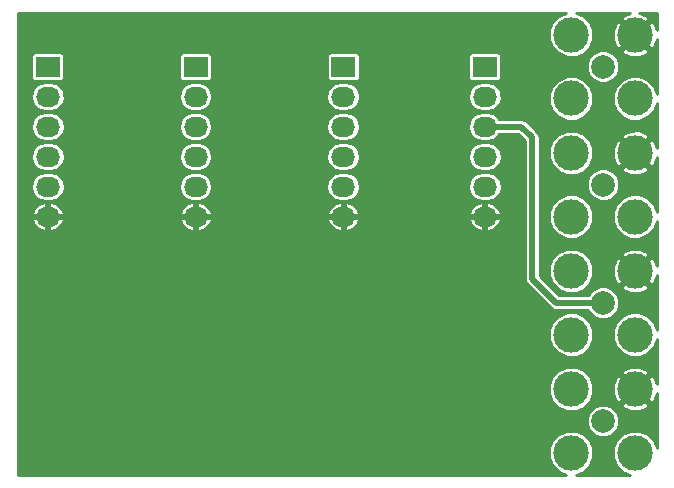
<source format=gbl>
G04 #@! TF.FileFunction,Copper,L2,Bot,Signal*
%FSLAX46Y46*%
G04 Gerber Fmt 4.6, Leading zero omitted, Abs format (unit mm)*
G04 Created by KiCad (PCBNEW (2014-11-17 BZR 5289)-product) date Wed 28 Oct 2015 08:14:00 PM EDT*
%MOMM*%
G01*
G04 APERTURE LIST*
%ADD10C,0.100000*%
%ADD11C,1.998980*%
%ADD12C,3.000000*%
%ADD13R,2.032000X1.727200*%
%ADD14O,2.032000X1.727200*%
%ADD15C,0.500000*%
%ADD16C,0.254000*%
G04 APERTURE END LIST*
D10*
D11*
X147000000Y-65000000D03*
D12*
X149700020Y-67700020D03*
X149700020Y-62299980D03*
X144299980Y-62299980D03*
X144299980Y-67700020D03*
D11*
X147000000Y-75000000D03*
D12*
X149700020Y-77700020D03*
X149700020Y-72299980D03*
X144299980Y-72299980D03*
X144299980Y-77700020D03*
D11*
X147000000Y-55000000D03*
D12*
X149700020Y-57700020D03*
X149700020Y-52299980D03*
X144299980Y-52299980D03*
X144299980Y-57700020D03*
D13*
X137000000Y-55000000D03*
D14*
X137000000Y-57540000D03*
X137000000Y-60080000D03*
X137000000Y-62620000D03*
X137000000Y-65160000D03*
X137000000Y-67700000D03*
D11*
X147000000Y-85000000D03*
D12*
X149700020Y-87700020D03*
X149700020Y-82299980D03*
X144299980Y-82299980D03*
X144299980Y-87700020D03*
D13*
X125000000Y-55000000D03*
D14*
X125000000Y-57540000D03*
X125000000Y-60080000D03*
X125000000Y-62620000D03*
X125000000Y-65160000D03*
X125000000Y-67700000D03*
D13*
X112500000Y-55000000D03*
D14*
X112500000Y-57540000D03*
X112500000Y-60080000D03*
X112500000Y-62620000D03*
X112500000Y-65160000D03*
X112500000Y-67700000D03*
D13*
X100000000Y-55000000D03*
D14*
X100000000Y-57540000D03*
X100000000Y-60080000D03*
X100000000Y-62620000D03*
X100000000Y-65160000D03*
X100000000Y-67700000D03*
D15*
X143000000Y-75000000D02*
X141000000Y-73000000D01*
X141000000Y-73000000D02*
X141000000Y-61000000D01*
X141000000Y-61000000D02*
X140080000Y-60080000D01*
X140080000Y-60080000D02*
X137000000Y-60080000D01*
X147000000Y-75000000D02*
X143000000Y-75000000D01*
D16*
G36*
X151569000Y-87297627D02*
X151295584Y-86635911D01*
X150895858Y-86235487D01*
X150895858Y-83675424D01*
X149700020Y-82479585D01*
X149520415Y-82659190D01*
X149520415Y-82299980D01*
X148324576Y-81104142D01*
X148077203Y-81277915D01*
X147809605Y-81976740D01*
X147829806Y-82724776D01*
X148077203Y-83322045D01*
X148324576Y-83495818D01*
X149520415Y-82299980D01*
X149520415Y-82659190D01*
X148504182Y-83675424D01*
X148677955Y-83922797D01*
X149376780Y-84190395D01*
X150124816Y-84170194D01*
X150722085Y-83922797D01*
X150895858Y-83675424D01*
X150895858Y-86235487D01*
X150766912Y-86106316D01*
X150075816Y-85819347D01*
X149327507Y-85818694D01*
X148635911Y-86104456D01*
X148380729Y-86359193D01*
X148380729Y-84726608D01*
X148171005Y-84219037D01*
X147783006Y-83830360D01*
X147275801Y-83619751D01*
X146726608Y-83619271D01*
X146219037Y-83828995D01*
X146181306Y-83866660D01*
X146181306Y-81927467D01*
X146181306Y-77327507D01*
X145895544Y-76635911D01*
X145366872Y-76106316D01*
X144675776Y-75819347D01*
X143927467Y-75818694D01*
X143235871Y-76104456D01*
X142706276Y-76633128D01*
X142419307Y-77324224D01*
X142418654Y-78072533D01*
X142704416Y-78764129D01*
X143233088Y-79293724D01*
X143924184Y-79580693D01*
X144672493Y-79581346D01*
X145364089Y-79295584D01*
X145893684Y-78766912D01*
X146180653Y-78075816D01*
X146181306Y-77327507D01*
X146181306Y-81927467D01*
X145895544Y-81235871D01*
X145366872Y-80706276D01*
X144675776Y-80419307D01*
X143927467Y-80418654D01*
X143235871Y-80704416D01*
X142706276Y-81233088D01*
X142419307Y-81924184D01*
X142418654Y-82672493D01*
X142704416Y-83364089D01*
X143233088Y-83893684D01*
X143924184Y-84180653D01*
X144672493Y-84181306D01*
X145364089Y-83895544D01*
X145893684Y-83366872D01*
X146180653Y-82675776D01*
X146181306Y-81927467D01*
X146181306Y-83866660D01*
X145830360Y-84216994D01*
X145619751Y-84724199D01*
X145619271Y-85273392D01*
X145828995Y-85780963D01*
X146216994Y-86169640D01*
X146724199Y-86380249D01*
X147273392Y-86380729D01*
X147780963Y-86171005D01*
X148169640Y-85783006D01*
X148380249Y-85275801D01*
X148380729Y-84726608D01*
X148380729Y-86359193D01*
X148106316Y-86633128D01*
X147819347Y-87324224D01*
X147818694Y-88072533D01*
X148104456Y-88764129D01*
X148633128Y-89293724D01*
X149296064Y-89569000D01*
X144702372Y-89569000D01*
X145364089Y-89295584D01*
X145893684Y-88766912D01*
X146180653Y-88075816D01*
X146181306Y-87327507D01*
X145895544Y-86635911D01*
X145366872Y-86106316D01*
X144675776Y-85819347D01*
X143927467Y-85818694D01*
X143235871Y-86104456D01*
X142706276Y-86633128D01*
X142419307Y-87324224D01*
X142418654Y-88072533D01*
X142704416Y-88764129D01*
X143233088Y-89293724D01*
X143896024Y-89569000D01*
X138424369Y-89569000D01*
X138424369Y-65160000D01*
X138424369Y-62620000D01*
X138329629Y-62143712D01*
X138059834Y-61739935D01*
X137656057Y-61470140D01*
X137179769Y-61375400D01*
X136820231Y-61375400D01*
X136343943Y-61470140D01*
X135940166Y-61739935D01*
X135670371Y-62143712D01*
X135575631Y-62620000D01*
X135670371Y-63096288D01*
X135940166Y-63500065D01*
X136343943Y-63769860D01*
X136820231Y-63864600D01*
X137179769Y-63864600D01*
X137656057Y-63769860D01*
X138059834Y-63500065D01*
X138329629Y-63096288D01*
X138424369Y-62620000D01*
X138424369Y-65160000D01*
X138329629Y-64683712D01*
X138059834Y-64279935D01*
X137656057Y-64010140D01*
X137179769Y-63915400D01*
X136820231Y-63915400D01*
X136343943Y-64010140D01*
X135940166Y-64279935D01*
X135670371Y-64683712D01*
X135575631Y-65160000D01*
X135670371Y-65636288D01*
X135940166Y-66040065D01*
X136343943Y-66309860D01*
X136820231Y-66404600D01*
X137179769Y-66404600D01*
X137656057Y-66309860D01*
X138059834Y-66040065D01*
X138329629Y-65636288D01*
X138424369Y-65160000D01*
X138424369Y-89569000D01*
X138355393Y-89569000D01*
X138355393Y-68019118D01*
X138355393Y-67380882D01*
X138145419Y-66947133D01*
X137781720Y-66624430D01*
X137322213Y-66465473D01*
X137127000Y-66549357D01*
X137127000Y-67573000D01*
X138294712Y-67573000D01*
X138355393Y-67380882D01*
X138355393Y-68019118D01*
X138294712Y-67827000D01*
X137127000Y-67827000D01*
X137127000Y-68850643D01*
X137322213Y-68934527D01*
X137781720Y-68775570D01*
X138145419Y-68452867D01*
X138355393Y-68019118D01*
X138355393Y-89569000D01*
X136873000Y-89569000D01*
X136873000Y-68850643D01*
X136873000Y-67827000D01*
X136873000Y-67573000D01*
X136873000Y-66549357D01*
X136677787Y-66465473D01*
X136218280Y-66624430D01*
X135854581Y-66947133D01*
X135644607Y-67380882D01*
X135705288Y-67573000D01*
X136873000Y-67573000D01*
X136873000Y-67827000D01*
X135705288Y-67827000D01*
X135644607Y-68019118D01*
X135854581Y-68452867D01*
X136218280Y-68775570D01*
X136677787Y-68934527D01*
X136873000Y-68850643D01*
X136873000Y-89569000D01*
X126424369Y-89569000D01*
X126424369Y-65160000D01*
X126424369Y-62620000D01*
X126424369Y-60080000D01*
X126424369Y-57540000D01*
X126397000Y-57402407D01*
X126397000Y-55939385D01*
X126397000Y-55787814D01*
X126397000Y-54060614D01*
X126338996Y-53920580D01*
X126231819Y-53813404D01*
X126091785Y-53755400D01*
X125940214Y-53755400D01*
X123908214Y-53755400D01*
X123768180Y-53813404D01*
X123661004Y-53920581D01*
X123603000Y-54060615D01*
X123603000Y-54212186D01*
X123603000Y-55939386D01*
X123661004Y-56079420D01*
X123768181Y-56186596D01*
X123908215Y-56244600D01*
X124059786Y-56244600D01*
X126091786Y-56244600D01*
X126231820Y-56186596D01*
X126338996Y-56079419D01*
X126397000Y-55939385D01*
X126397000Y-57402407D01*
X126329629Y-57063712D01*
X126059834Y-56659935D01*
X125656057Y-56390140D01*
X125179769Y-56295400D01*
X124820231Y-56295400D01*
X124343943Y-56390140D01*
X123940166Y-56659935D01*
X123670371Y-57063712D01*
X123575631Y-57540000D01*
X123670371Y-58016288D01*
X123940166Y-58420065D01*
X124343943Y-58689860D01*
X124820231Y-58784600D01*
X125179769Y-58784600D01*
X125656057Y-58689860D01*
X126059834Y-58420065D01*
X126329629Y-58016288D01*
X126424369Y-57540000D01*
X126424369Y-60080000D01*
X126329629Y-59603712D01*
X126059834Y-59199935D01*
X125656057Y-58930140D01*
X125179769Y-58835400D01*
X124820231Y-58835400D01*
X124343943Y-58930140D01*
X123940166Y-59199935D01*
X123670371Y-59603712D01*
X123575631Y-60080000D01*
X123670371Y-60556288D01*
X123940166Y-60960065D01*
X124343943Y-61229860D01*
X124820231Y-61324600D01*
X125179769Y-61324600D01*
X125656057Y-61229860D01*
X126059834Y-60960065D01*
X126329629Y-60556288D01*
X126424369Y-60080000D01*
X126424369Y-62620000D01*
X126329629Y-62143712D01*
X126059834Y-61739935D01*
X125656057Y-61470140D01*
X125179769Y-61375400D01*
X124820231Y-61375400D01*
X124343943Y-61470140D01*
X123940166Y-61739935D01*
X123670371Y-62143712D01*
X123575631Y-62620000D01*
X123670371Y-63096288D01*
X123940166Y-63500065D01*
X124343943Y-63769860D01*
X124820231Y-63864600D01*
X125179769Y-63864600D01*
X125656057Y-63769860D01*
X126059834Y-63500065D01*
X126329629Y-63096288D01*
X126424369Y-62620000D01*
X126424369Y-65160000D01*
X126329629Y-64683712D01*
X126059834Y-64279935D01*
X125656057Y-64010140D01*
X125179769Y-63915400D01*
X124820231Y-63915400D01*
X124343943Y-64010140D01*
X123940166Y-64279935D01*
X123670371Y-64683712D01*
X123575631Y-65160000D01*
X123670371Y-65636288D01*
X123940166Y-66040065D01*
X124343943Y-66309860D01*
X124820231Y-66404600D01*
X125179769Y-66404600D01*
X125656057Y-66309860D01*
X126059834Y-66040065D01*
X126329629Y-65636288D01*
X126424369Y-65160000D01*
X126424369Y-89569000D01*
X126355393Y-89569000D01*
X126355393Y-68019118D01*
X126355393Y-67380882D01*
X126145419Y-66947133D01*
X125781720Y-66624430D01*
X125322213Y-66465473D01*
X125127000Y-66549357D01*
X125127000Y-67573000D01*
X126294712Y-67573000D01*
X126355393Y-67380882D01*
X126355393Y-68019118D01*
X126294712Y-67827000D01*
X125127000Y-67827000D01*
X125127000Y-68850643D01*
X125322213Y-68934527D01*
X125781720Y-68775570D01*
X126145419Y-68452867D01*
X126355393Y-68019118D01*
X126355393Y-89569000D01*
X124873000Y-89569000D01*
X124873000Y-68850643D01*
X124873000Y-67827000D01*
X124873000Y-67573000D01*
X124873000Y-66549357D01*
X124677787Y-66465473D01*
X124218280Y-66624430D01*
X123854581Y-66947133D01*
X123644607Y-67380882D01*
X123705288Y-67573000D01*
X124873000Y-67573000D01*
X124873000Y-67827000D01*
X123705288Y-67827000D01*
X123644607Y-68019118D01*
X123854581Y-68452867D01*
X124218280Y-68775570D01*
X124677787Y-68934527D01*
X124873000Y-68850643D01*
X124873000Y-89569000D01*
X113924369Y-89569000D01*
X113924369Y-65160000D01*
X113924369Y-62620000D01*
X113924369Y-60080000D01*
X113924369Y-57540000D01*
X113897000Y-57402407D01*
X113897000Y-55939385D01*
X113897000Y-55787814D01*
X113897000Y-54060614D01*
X113838996Y-53920580D01*
X113731819Y-53813404D01*
X113591785Y-53755400D01*
X113440214Y-53755400D01*
X111408214Y-53755400D01*
X111268180Y-53813404D01*
X111161004Y-53920581D01*
X111103000Y-54060615D01*
X111103000Y-54212186D01*
X111103000Y-55939386D01*
X111161004Y-56079420D01*
X111268181Y-56186596D01*
X111408215Y-56244600D01*
X111559786Y-56244600D01*
X113591786Y-56244600D01*
X113731820Y-56186596D01*
X113838996Y-56079419D01*
X113897000Y-55939385D01*
X113897000Y-57402407D01*
X113829629Y-57063712D01*
X113559834Y-56659935D01*
X113156057Y-56390140D01*
X112679769Y-56295400D01*
X112320231Y-56295400D01*
X111843943Y-56390140D01*
X111440166Y-56659935D01*
X111170371Y-57063712D01*
X111075631Y-57540000D01*
X111170371Y-58016288D01*
X111440166Y-58420065D01*
X111843943Y-58689860D01*
X112320231Y-58784600D01*
X112679769Y-58784600D01*
X113156057Y-58689860D01*
X113559834Y-58420065D01*
X113829629Y-58016288D01*
X113924369Y-57540000D01*
X113924369Y-60080000D01*
X113829629Y-59603712D01*
X113559834Y-59199935D01*
X113156057Y-58930140D01*
X112679769Y-58835400D01*
X112320231Y-58835400D01*
X111843943Y-58930140D01*
X111440166Y-59199935D01*
X111170371Y-59603712D01*
X111075631Y-60080000D01*
X111170371Y-60556288D01*
X111440166Y-60960065D01*
X111843943Y-61229860D01*
X112320231Y-61324600D01*
X112679769Y-61324600D01*
X113156057Y-61229860D01*
X113559834Y-60960065D01*
X113829629Y-60556288D01*
X113924369Y-60080000D01*
X113924369Y-62620000D01*
X113829629Y-62143712D01*
X113559834Y-61739935D01*
X113156057Y-61470140D01*
X112679769Y-61375400D01*
X112320231Y-61375400D01*
X111843943Y-61470140D01*
X111440166Y-61739935D01*
X111170371Y-62143712D01*
X111075631Y-62620000D01*
X111170371Y-63096288D01*
X111440166Y-63500065D01*
X111843943Y-63769860D01*
X112320231Y-63864600D01*
X112679769Y-63864600D01*
X113156057Y-63769860D01*
X113559834Y-63500065D01*
X113829629Y-63096288D01*
X113924369Y-62620000D01*
X113924369Y-65160000D01*
X113829629Y-64683712D01*
X113559834Y-64279935D01*
X113156057Y-64010140D01*
X112679769Y-63915400D01*
X112320231Y-63915400D01*
X111843943Y-64010140D01*
X111440166Y-64279935D01*
X111170371Y-64683712D01*
X111075631Y-65160000D01*
X111170371Y-65636288D01*
X111440166Y-66040065D01*
X111843943Y-66309860D01*
X112320231Y-66404600D01*
X112679769Y-66404600D01*
X113156057Y-66309860D01*
X113559834Y-66040065D01*
X113829629Y-65636288D01*
X113924369Y-65160000D01*
X113924369Y-89569000D01*
X113855393Y-89569000D01*
X113855393Y-68019118D01*
X113855393Y-67380882D01*
X113645419Y-66947133D01*
X113281720Y-66624430D01*
X112822213Y-66465473D01*
X112627000Y-66549357D01*
X112627000Y-67573000D01*
X113794712Y-67573000D01*
X113855393Y-67380882D01*
X113855393Y-68019118D01*
X113794712Y-67827000D01*
X112627000Y-67827000D01*
X112627000Y-68850643D01*
X112822213Y-68934527D01*
X113281720Y-68775570D01*
X113645419Y-68452867D01*
X113855393Y-68019118D01*
X113855393Y-89569000D01*
X112373000Y-89569000D01*
X112373000Y-68850643D01*
X112373000Y-67827000D01*
X112373000Y-67573000D01*
X112373000Y-66549357D01*
X112177787Y-66465473D01*
X111718280Y-66624430D01*
X111354581Y-66947133D01*
X111144607Y-67380882D01*
X111205288Y-67573000D01*
X112373000Y-67573000D01*
X112373000Y-67827000D01*
X111205288Y-67827000D01*
X111144607Y-68019118D01*
X111354581Y-68452867D01*
X111718280Y-68775570D01*
X112177787Y-68934527D01*
X112373000Y-68850643D01*
X112373000Y-89569000D01*
X101424369Y-89569000D01*
X101424369Y-65160000D01*
X101424369Y-62620000D01*
X101424369Y-60080000D01*
X101424369Y-57540000D01*
X101397000Y-57402407D01*
X101397000Y-55939385D01*
X101397000Y-55787814D01*
X101397000Y-54060614D01*
X101338996Y-53920580D01*
X101231819Y-53813404D01*
X101091785Y-53755400D01*
X100940214Y-53755400D01*
X98908214Y-53755400D01*
X98768180Y-53813404D01*
X98661004Y-53920581D01*
X98603000Y-54060615D01*
X98603000Y-54212186D01*
X98603000Y-55939386D01*
X98661004Y-56079420D01*
X98768181Y-56186596D01*
X98908215Y-56244600D01*
X99059786Y-56244600D01*
X101091786Y-56244600D01*
X101231820Y-56186596D01*
X101338996Y-56079419D01*
X101397000Y-55939385D01*
X101397000Y-57402407D01*
X101329629Y-57063712D01*
X101059834Y-56659935D01*
X100656057Y-56390140D01*
X100179769Y-56295400D01*
X99820231Y-56295400D01*
X99343943Y-56390140D01*
X98940166Y-56659935D01*
X98670371Y-57063712D01*
X98575631Y-57540000D01*
X98670371Y-58016288D01*
X98940166Y-58420065D01*
X99343943Y-58689860D01*
X99820231Y-58784600D01*
X100179769Y-58784600D01*
X100656057Y-58689860D01*
X101059834Y-58420065D01*
X101329629Y-58016288D01*
X101424369Y-57540000D01*
X101424369Y-60080000D01*
X101329629Y-59603712D01*
X101059834Y-59199935D01*
X100656057Y-58930140D01*
X100179769Y-58835400D01*
X99820231Y-58835400D01*
X99343943Y-58930140D01*
X98940166Y-59199935D01*
X98670371Y-59603712D01*
X98575631Y-60080000D01*
X98670371Y-60556288D01*
X98940166Y-60960065D01*
X99343943Y-61229860D01*
X99820231Y-61324600D01*
X100179769Y-61324600D01*
X100656057Y-61229860D01*
X101059834Y-60960065D01*
X101329629Y-60556288D01*
X101424369Y-60080000D01*
X101424369Y-62620000D01*
X101329629Y-62143712D01*
X101059834Y-61739935D01*
X100656057Y-61470140D01*
X100179769Y-61375400D01*
X99820231Y-61375400D01*
X99343943Y-61470140D01*
X98940166Y-61739935D01*
X98670371Y-62143712D01*
X98575631Y-62620000D01*
X98670371Y-63096288D01*
X98940166Y-63500065D01*
X99343943Y-63769860D01*
X99820231Y-63864600D01*
X100179769Y-63864600D01*
X100656057Y-63769860D01*
X101059834Y-63500065D01*
X101329629Y-63096288D01*
X101424369Y-62620000D01*
X101424369Y-65160000D01*
X101329629Y-64683712D01*
X101059834Y-64279935D01*
X100656057Y-64010140D01*
X100179769Y-63915400D01*
X99820231Y-63915400D01*
X99343943Y-64010140D01*
X98940166Y-64279935D01*
X98670371Y-64683712D01*
X98575631Y-65160000D01*
X98670371Y-65636288D01*
X98940166Y-66040065D01*
X99343943Y-66309860D01*
X99820231Y-66404600D01*
X100179769Y-66404600D01*
X100656057Y-66309860D01*
X101059834Y-66040065D01*
X101329629Y-65636288D01*
X101424369Y-65160000D01*
X101424369Y-89569000D01*
X101355393Y-89569000D01*
X101355393Y-68019118D01*
X101355393Y-67380882D01*
X101145419Y-66947133D01*
X100781720Y-66624430D01*
X100322213Y-66465473D01*
X100127000Y-66549357D01*
X100127000Y-67573000D01*
X101294712Y-67573000D01*
X101355393Y-67380882D01*
X101355393Y-68019118D01*
X101294712Y-67827000D01*
X100127000Y-67827000D01*
X100127000Y-68850643D01*
X100322213Y-68934527D01*
X100781720Y-68775570D01*
X101145419Y-68452867D01*
X101355393Y-68019118D01*
X101355393Y-89569000D01*
X99873000Y-89569000D01*
X99873000Y-68850643D01*
X99873000Y-67827000D01*
X99873000Y-67573000D01*
X99873000Y-66549357D01*
X99677787Y-66465473D01*
X99218280Y-66624430D01*
X98854581Y-66947133D01*
X98644607Y-67380882D01*
X98705288Y-67573000D01*
X99873000Y-67573000D01*
X99873000Y-67827000D01*
X98705288Y-67827000D01*
X98644607Y-68019118D01*
X98854581Y-68452867D01*
X99218280Y-68775570D01*
X99677787Y-68934527D01*
X99873000Y-68850643D01*
X99873000Y-89569000D01*
X97431000Y-89569000D01*
X97431000Y-50431000D01*
X143897587Y-50431000D01*
X143235871Y-50704416D01*
X142706276Y-51233088D01*
X142419307Y-51924184D01*
X142418654Y-52672493D01*
X142704416Y-53364089D01*
X143233088Y-53893684D01*
X143924184Y-54180653D01*
X144672493Y-54181306D01*
X145364089Y-53895544D01*
X145893684Y-53366872D01*
X146180653Y-52675776D01*
X146181306Y-51927467D01*
X145895544Y-51235871D01*
X145366872Y-50706276D01*
X144703935Y-50431000D01*
X149272244Y-50431000D01*
X148677955Y-50677163D01*
X148504182Y-50924536D01*
X149700020Y-52120375D01*
X150895858Y-50924536D01*
X150722085Y-50677163D01*
X150079236Y-50431000D01*
X151569000Y-50431000D01*
X151569000Y-51872204D01*
X151322837Y-51277915D01*
X151075464Y-51104142D01*
X149879625Y-52299980D01*
X151075464Y-53495818D01*
X151322837Y-53322045D01*
X151569000Y-52679196D01*
X151569000Y-57297627D01*
X151295584Y-56635911D01*
X150895858Y-56235487D01*
X150895858Y-53675424D01*
X149700020Y-52479585D01*
X149520415Y-52659190D01*
X149520415Y-52299980D01*
X148324576Y-51104142D01*
X148077203Y-51277915D01*
X147809605Y-51976740D01*
X147829806Y-52724776D01*
X148077203Y-53322045D01*
X148324576Y-53495818D01*
X149520415Y-52299980D01*
X149520415Y-52659190D01*
X148504182Y-53675424D01*
X148677955Y-53922797D01*
X149376780Y-54190395D01*
X150124816Y-54170194D01*
X150722085Y-53922797D01*
X150895858Y-53675424D01*
X150895858Y-56235487D01*
X150766912Y-56106316D01*
X150075816Y-55819347D01*
X149327507Y-55818694D01*
X148635911Y-56104456D01*
X148380729Y-56359193D01*
X148380729Y-54726608D01*
X148171005Y-54219037D01*
X147783006Y-53830360D01*
X147275801Y-53619751D01*
X146726608Y-53619271D01*
X146219037Y-53828995D01*
X145830360Y-54216994D01*
X145619751Y-54724199D01*
X145619271Y-55273392D01*
X145828995Y-55780963D01*
X146216994Y-56169640D01*
X146724199Y-56380249D01*
X147273392Y-56380729D01*
X147780963Y-56171005D01*
X148169640Y-55783006D01*
X148380249Y-55275801D01*
X148380729Y-54726608D01*
X148380729Y-56359193D01*
X148106316Y-56633128D01*
X147819347Y-57324224D01*
X147818694Y-58072533D01*
X148104456Y-58764129D01*
X148633128Y-59293724D01*
X149324224Y-59580693D01*
X150072533Y-59581346D01*
X150764129Y-59295584D01*
X151293724Y-58766912D01*
X151569000Y-58103975D01*
X151569000Y-61872204D01*
X151322837Y-61277915D01*
X151075464Y-61104142D01*
X150895858Y-61283747D01*
X150895858Y-60924536D01*
X150722085Y-60677163D01*
X150023260Y-60409565D01*
X149275224Y-60429766D01*
X148677955Y-60677163D01*
X148504182Y-60924536D01*
X149700020Y-62120375D01*
X150895858Y-60924536D01*
X150895858Y-61283747D01*
X149879625Y-62299980D01*
X151075464Y-63495818D01*
X151322837Y-63322045D01*
X151569000Y-62679196D01*
X151569000Y-67297627D01*
X151295584Y-66635911D01*
X150895858Y-66235487D01*
X150895858Y-63675424D01*
X149700020Y-62479585D01*
X149520415Y-62659190D01*
X149520415Y-62299980D01*
X148324576Y-61104142D01*
X148077203Y-61277915D01*
X147809605Y-61976740D01*
X147829806Y-62724776D01*
X148077203Y-63322045D01*
X148324576Y-63495818D01*
X149520415Y-62299980D01*
X149520415Y-62659190D01*
X148504182Y-63675424D01*
X148677955Y-63922797D01*
X149376780Y-64190395D01*
X150124816Y-64170194D01*
X150722085Y-63922797D01*
X150895858Y-63675424D01*
X150895858Y-66235487D01*
X150766912Y-66106316D01*
X150075816Y-65819347D01*
X149327507Y-65818694D01*
X148635911Y-66104456D01*
X148380729Y-66359193D01*
X148380729Y-64726608D01*
X148171005Y-64219037D01*
X147783006Y-63830360D01*
X147275801Y-63619751D01*
X146726608Y-63619271D01*
X146219037Y-63828995D01*
X146181306Y-63866660D01*
X146181306Y-61927467D01*
X146181306Y-57327507D01*
X145895544Y-56635911D01*
X145366872Y-56106316D01*
X144675776Y-55819347D01*
X143927467Y-55818694D01*
X143235871Y-56104456D01*
X142706276Y-56633128D01*
X142419307Y-57324224D01*
X142418654Y-58072533D01*
X142704416Y-58764129D01*
X143233088Y-59293724D01*
X143924184Y-59580693D01*
X144672493Y-59581346D01*
X145364089Y-59295584D01*
X145893684Y-58766912D01*
X146180653Y-58075816D01*
X146181306Y-57327507D01*
X146181306Y-61927467D01*
X145895544Y-61235871D01*
X145366872Y-60706276D01*
X144675776Y-60419307D01*
X143927467Y-60418654D01*
X143235871Y-60704416D01*
X142706276Y-61233088D01*
X142419307Y-61924184D01*
X142418654Y-62672493D01*
X142704416Y-63364089D01*
X143233088Y-63893684D01*
X143924184Y-64180653D01*
X144672493Y-64181306D01*
X145364089Y-63895544D01*
X145893684Y-63366872D01*
X146180653Y-62675776D01*
X146181306Y-61927467D01*
X146181306Y-63866660D01*
X145830360Y-64216994D01*
X145619751Y-64724199D01*
X145619271Y-65273392D01*
X145828995Y-65780963D01*
X146216994Y-66169640D01*
X146724199Y-66380249D01*
X147273392Y-66380729D01*
X147780963Y-66171005D01*
X148169640Y-65783006D01*
X148380249Y-65275801D01*
X148380729Y-64726608D01*
X148380729Y-66359193D01*
X148106316Y-66633128D01*
X147819347Y-67324224D01*
X147818694Y-68072533D01*
X148104456Y-68764129D01*
X148633128Y-69293724D01*
X149324224Y-69580693D01*
X150072533Y-69581346D01*
X150764129Y-69295584D01*
X151293724Y-68766912D01*
X151569000Y-68103975D01*
X151569000Y-71872204D01*
X151322837Y-71277915D01*
X151075464Y-71104142D01*
X150895858Y-71283747D01*
X150895858Y-70924536D01*
X150722085Y-70677163D01*
X150023260Y-70409565D01*
X149275224Y-70429766D01*
X148677955Y-70677163D01*
X148504182Y-70924536D01*
X149700020Y-72120375D01*
X150895858Y-70924536D01*
X150895858Y-71283747D01*
X149879625Y-72299980D01*
X151075464Y-73495818D01*
X151322837Y-73322045D01*
X151569000Y-72679196D01*
X151569000Y-77297627D01*
X151295584Y-76635911D01*
X150895858Y-76235487D01*
X150895858Y-73675424D01*
X149700020Y-72479585D01*
X149520415Y-72659190D01*
X149520415Y-72299980D01*
X148324576Y-71104142D01*
X148077203Y-71277915D01*
X147809605Y-71976740D01*
X147829806Y-72724776D01*
X148077203Y-73322045D01*
X148324576Y-73495818D01*
X149520415Y-72299980D01*
X149520415Y-72659190D01*
X148504182Y-73675424D01*
X148677955Y-73922797D01*
X149376780Y-74190395D01*
X150124816Y-74170194D01*
X150722085Y-73922797D01*
X150895858Y-73675424D01*
X150895858Y-76235487D01*
X150766912Y-76106316D01*
X150075816Y-75819347D01*
X149327507Y-75818694D01*
X148635911Y-76104456D01*
X148380729Y-76359193D01*
X148380729Y-74726608D01*
X148171005Y-74219037D01*
X147783006Y-73830360D01*
X147275801Y-73619751D01*
X146726608Y-73619271D01*
X146219037Y-73828995D01*
X146181306Y-73866660D01*
X146181306Y-71927467D01*
X146181306Y-67327507D01*
X145895544Y-66635911D01*
X145366872Y-66106316D01*
X144675776Y-65819347D01*
X143927467Y-65818694D01*
X143235871Y-66104456D01*
X142706276Y-66633128D01*
X142419307Y-67324224D01*
X142418654Y-68072533D01*
X142704416Y-68764129D01*
X143233088Y-69293724D01*
X143924184Y-69580693D01*
X144672493Y-69581346D01*
X145364089Y-69295584D01*
X145893684Y-68766912D01*
X146180653Y-68075816D01*
X146181306Y-67327507D01*
X146181306Y-71927467D01*
X145895544Y-71235871D01*
X145366872Y-70706276D01*
X144675776Y-70419307D01*
X143927467Y-70418654D01*
X143235871Y-70704416D01*
X142706276Y-71233088D01*
X142419307Y-71924184D01*
X142418654Y-72672493D01*
X142704416Y-73364089D01*
X143233088Y-73893684D01*
X143924184Y-74180653D01*
X144672493Y-74181306D01*
X145364089Y-73895544D01*
X145893684Y-73366872D01*
X146180653Y-72675776D01*
X146181306Y-71927467D01*
X146181306Y-73866660D01*
X145830360Y-74216994D01*
X145767241Y-74369000D01*
X143261368Y-74369000D01*
X141631000Y-72738632D01*
X141631000Y-61000000D01*
X141582968Y-60758527D01*
X141582967Y-60758526D01*
X141537579Y-60690599D01*
X141446184Y-60553816D01*
X141446184Y-60553815D01*
X140526184Y-59633816D01*
X140321473Y-59497032D01*
X140080000Y-59449000D01*
X138424369Y-59449000D01*
X138424369Y-57540000D01*
X138397000Y-57402407D01*
X138397000Y-55939385D01*
X138397000Y-55787814D01*
X138397000Y-54060614D01*
X138338996Y-53920580D01*
X138231819Y-53813404D01*
X138091785Y-53755400D01*
X137940214Y-53755400D01*
X135908214Y-53755400D01*
X135768180Y-53813404D01*
X135661004Y-53920581D01*
X135603000Y-54060615D01*
X135603000Y-54212186D01*
X135603000Y-55939386D01*
X135661004Y-56079420D01*
X135768181Y-56186596D01*
X135908215Y-56244600D01*
X136059786Y-56244600D01*
X138091786Y-56244600D01*
X138231820Y-56186596D01*
X138338996Y-56079419D01*
X138397000Y-55939385D01*
X138397000Y-57402407D01*
X138329629Y-57063712D01*
X138059834Y-56659935D01*
X137656057Y-56390140D01*
X137179769Y-56295400D01*
X136820231Y-56295400D01*
X136343943Y-56390140D01*
X135940166Y-56659935D01*
X135670371Y-57063712D01*
X135575631Y-57540000D01*
X135670371Y-58016288D01*
X135940166Y-58420065D01*
X136343943Y-58689860D01*
X136820231Y-58784600D01*
X137179769Y-58784600D01*
X137656057Y-58689860D01*
X138059834Y-58420065D01*
X138329629Y-58016288D01*
X138424369Y-57540000D01*
X138424369Y-59449000D01*
X138226253Y-59449000D01*
X138059834Y-59199935D01*
X137656057Y-58930140D01*
X137179769Y-58835400D01*
X136820231Y-58835400D01*
X136343943Y-58930140D01*
X135940166Y-59199935D01*
X135670371Y-59603712D01*
X135575631Y-60080000D01*
X135670371Y-60556288D01*
X135940166Y-60960065D01*
X136343943Y-61229860D01*
X136820231Y-61324600D01*
X137179769Y-61324600D01*
X137656057Y-61229860D01*
X138059834Y-60960065D01*
X138226253Y-60711000D01*
X139818631Y-60711000D01*
X140369000Y-61261368D01*
X140369000Y-73000000D01*
X140417032Y-73241473D01*
X140553816Y-73446184D01*
X142553816Y-75446184D01*
X142758526Y-75582968D01*
X142758527Y-75582968D01*
X142798589Y-75590936D01*
X143000000Y-75631000D01*
X145767031Y-75631000D01*
X145828995Y-75780963D01*
X146216994Y-76169640D01*
X146724199Y-76380249D01*
X147273392Y-76380729D01*
X147780963Y-76171005D01*
X148169640Y-75783006D01*
X148380249Y-75275801D01*
X148380729Y-74726608D01*
X148380729Y-76359193D01*
X148106316Y-76633128D01*
X147819347Y-77324224D01*
X147818694Y-78072533D01*
X148104456Y-78764129D01*
X148633128Y-79293724D01*
X149324224Y-79580693D01*
X150072533Y-79581346D01*
X150764129Y-79295584D01*
X151293724Y-78766912D01*
X151569000Y-78103975D01*
X151569000Y-81872204D01*
X151322837Y-81277915D01*
X151075464Y-81104142D01*
X150895858Y-81283747D01*
X150895858Y-80924536D01*
X150722085Y-80677163D01*
X150023260Y-80409565D01*
X149275224Y-80429766D01*
X148677955Y-80677163D01*
X148504182Y-80924536D01*
X149700020Y-82120375D01*
X150895858Y-80924536D01*
X150895858Y-81283747D01*
X149879625Y-82299980D01*
X151075464Y-83495818D01*
X151322837Y-83322045D01*
X151569000Y-82679196D01*
X151569000Y-87297627D01*
X151569000Y-87297627D01*
G37*
X151569000Y-87297627D02*
X151295584Y-86635911D01*
X150895858Y-86235487D01*
X150895858Y-83675424D01*
X149700020Y-82479585D01*
X149520415Y-82659190D01*
X149520415Y-82299980D01*
X148324576Y-81104142D01*
X148077203Y-81277915D01*
X147809605Y-81976740D01*
X147829806Y-82724776D01*
X148077203Y-83322045D01*
X148324576Y-83495818D01*
X149520415Y-82299980D01*
X149520415Y-82659190D01*
X148504182Y-83675424D01*
X148677955Y-83922797D01*
X149376780Y-84190395D01*
X150124816Y-84170194D01*
X150722085Y-83922797D01*
X150895858Y-83675424D01*
X150895858Y-86235487D01*
X150766912Y-86106316D01*
X150075816Y-85819347D01*
X149327507Y-85818694D01*
X148635911Y-86104456D01*
X148380729Y-86359193D01*
X148380729Y-84726608D01*
X148171005Y-84219037D01*
X147783006Y-83830360D01*
X147275801Y-83619751D01*
X146726608Y-83619271D01*
X146219037Y-83828995D01*
X146181306Y-83866660D01*
X146181306Y-81927467D01*
X146181306Y-77327507D01*
X145895544Y-76635911D01*
X145366872Y-76106316D01*
X144675776Y-75819347D01*
X143927467Y-75818694D01*
X143235871Y-76104456D01*
X142706276Y-76633128D01*
X142419307Y-77324224D01*
X142418654Y-78072533D01*
X142704416Y-78764129D01*
X143233088Y-79293724D01*
X143924184Y-79580693D01*
X144672493Y-79581346D01*
X145364089Y-79295584D01*
X145893684Y-78766912D01*
X146180653Y-78075816D01*
X146181306Y-77327507D01*
X146181306Y-81927467D01*
X145895544Y-81235871D01*
X145366872Y-80706276D01*
X144675776Y-80419307D01*
X143927467Y-80418654D01*
X143235871Y-80704416D01*
X142706276Y-81233088D01*
X142419307Y-81924184D01*
X142418654Y-82672493D01*
X142704416Y-83364089D01*
X143233088Y-83893684D01*
X143924184Y-84180653D01*
X144672493Y-84181306D01*
X145364089Y-83895544D01*
X145893684Y-83366872D01*
X146180653Y-82675776D01*
X146181306Y-81927467D01*
X146181306Y-83866660D01*
X145830360Y-84216994D01*
X145619751Y-84724199D01*
X145619271Y-85273392D01*
X145828995Y-85780963D01*
X146216994Y-86169640D01*
X146724199Y-86380249D01*
X147273392Y-86380729D01*
X147780963Y-86171005D01*
X148169640Y-85783006D01*
X148380249Y-85275801D01*
X148380729Y-84726608D01*
X148380729Y-86359193D01*
X148106316Y-86633128D01*
X147819347Y-87324224D01*
X147818694Y-88072533D01*
X148104456Y-88764129D01*
X148633128Y-89293724D01*
X149296064Y-89569000D01*
X144702372Y-89569000D01*
X145364089Y-89295584D01*
X145893684Y-88766912D01*
X146180653Y-88075816D01*
X146181306Y-87327507D01*
X145895544Y-86635911D01*
X145366872Y-86106316D01*
X144675776Y-85819347D01*
X143927467Y-85818694D01*
X143235871Y-86104456D01*
X142706276Y-86633128D01*
X142419307Y-87324224D01*
X142418654Y-88072533D01*
X142704416Y-88764129D01*
X143233088Y-89293724D01*
X143896024Y-89569000D01*
X138424369Y-89569000D01*
X138424369Y-65160000D01*
X138424369Y-62620000D01*
X138329629Y-62143712D01*
X138059834Y-61739935D01*
X137656057Y-61470140D01*
X137179769Y-61375400D01*
X136820231Y-61375400D01*
X136343943Y-61470140D01*
X135940166Y-61739935D01*
X135670371Y-62143712D01*
X135575631Y-62620000D01*
X135670371Y-63096288D01*
X135940166Y-63500065D01*
X136343943Y-63769860D01*
X136820231Y-63864600D01*
X137179769Y-63864600D01*
X137656057Y-63769860D01*
X138059834Y-63500065D01*
X138329629Y-63096288D01*
X138424369Y-62620000D01*
X138424369Y-65160000D01*
X138329629Y-64683712D01*
X138059834Y-64279935D01*
X137656057Y-64010140D01*
X137179769Y-63915400D01*
X136820231Y-63915400D01*
X136343943Y-64010140D01*
X135940166Y-64279935D01*
X135670371Y-64683712D01*
X135575631Y-65160000D01*
X135670371Y-65636288D01*
X135940166Y-66040065D01*
X136343943Y-66309860D01*
X136820231Y-66404600D01*
X137179769Y-66404600D01*
X137656057Y-66309860D01*
X138059834Y-66040065D01*
X138329629Y-65636288D01*
X138424369Y-65160000D01*
X138424369Y-89569000D01*
X138355393Y-89569000D01*
X138355393Y-68019118D01*
X138355393Y-67380882D01*
X138145419Y-66947133D01*
X137781720Y-66624430D01*
X137322213Y-66465473D01*
X137127000Y-66549357D01*
X137127000Y-67573000D01*
X138294712Y-67573000D01*
X138355393Y-67380882D01*
X138355393Y-68019118D01*
X138294712Y-67827000D01*
X137127000Y-67827000D01*
X137127000Y-68850643D01*
X137322213Y-68934527D01*
X137781720Y-68775570D01*
X138145419Y-68452867D01*
X138355393Y-68019118D01*
X138355393Y-89569000D01*
X136873000Y-89569000D01*
X136873000Y-68850643D01*
X136873000Y-67827000D01*
X136873000Y-67573000D01*
X136873000Y-66549357D01*
X136677787Y-66465473D01*
X136218280Y-66624430D01*
X135854581Y-66947133D01*
X135644607Y-67380882D01*
X135705288Y-67573000D01*
X136873000Y-67573000D01*
X136873000Y-67827000D01*
X135705288Y-67827000D01*
X135644607Y-68019118D01*
X135854581Y-68452867D01*
X136218280Y-68775570D01*
X136677787Y-68934527D01*
X136873000Y-68850643D01*
X136873000Y-89569000D01*
X126424369Y-89569000D01*
X126424369Y-65160000D01*
X126424369Y-62620000D01*
X126424369Y-60080000D01*
X126424369Y-57540000D01*
X126397000Y-57402407D01*
X126397000Y-55939385D01*
X126397000Y-55787814D01*
X126397000Y-54060614D01*
X126338996Y-53920580D01*
X126231819Y-53813404D01*
X126091785Y-53755400D01*
X125940214Y-53755400D01*
X123908214Y-53755400D01*
X123768180Y-53813404D01*
X123661004Y-53920581D01*
X123603000Y-54060615D01*
X123603000Y-54212186D01*
X123603000Y-55939386D01*
X123661004Y-56079420D01*
X123768181Y-56186596D01*
X123908215Y-56244600D01*
X124059786Y-56244600D01*
X126091786Y-56244600D01*
X126231820Y-56186596D01*
X126338996Y-56079419D01*
X126397000Y-55939385D01*
X126397000Y-57402407D01*
X126329629Y-57063712D01*
X126059834Y-56659935D01*
X125656057Y-56390140D01*
X125179769Y-56295400D01*
X124820231Y-56295400D01*
X124343943Y-56390140D01*
X123940166Y-56659935D01*
X123670371Y-57063712D01*
X123575631Y-57540000D01*
X123670371Y-58016288D01*
X123940166Y-58420065D01*
X124343943Y-58689860D01*
X124820231Y-58784600D01*
X125179769Y-58784600D01*
X125656057Y-58689860D01*
X126059834Y-58420065D01*
X126329629Y-58016288D01*
X126424369Y-57540000D01*
X126424369Y-60080000D01*
X126329629Y-59603712D01*
X126059834Y-59199935D01*
X125656057Y-58930140D01*
X125179769Y-58835400D01*
X124820231Y-58835400D01*
X124343943Y-58930140D01*
X123940166Y-59199935D01*
X123670371Y-59603712D01*
X123575631Y-60080000D01*
X123670371Y-60556288D01*
X123940166Y-60960065D01*
X124343943Y-61229860D01*
X124820231Y-61324600D01*
X125179769Y-61324600D01*
X125656057Y-61229860D01*
X126059834Y-60960065D01*
X126329629Y-60556288D01*
X126424369Y-60080000D01*
X126424369Y-62620000D01*
X126329629Y-62143712D01*
X126059834Y-61739935D01*
X125656057Y-61470140D01*
X125179769Y-61375400D01*
X124820231Y-61375400D01*
X124343943Y-61470140D01*
X123940166Y-61739935D01*
X123670371Y-62143712D01*
X123575631Y-62620000D01*
X123670371Y-63096288D01*
X123940166Y-63500065D01*
X124343943Y-63769860D01*
X124820231Y-63864600D01*
X125179769Y-63864600D01*
X125656057Y-63769860D01*
X126059834Y-63500065D01*
X126329629Y-63096288D01*
X126424369Y-62620000D01*
X126424369Y-65160000D01*
X126329629Y-64683712D01*
X126059834Y-64279935D01*
X125656057Y-64010140D01*
X125179769Y-63915400D01*
X124820231Y-63915400D01*
X124343943Y-64010140D01*
X123940166Y-64279935D01*
X123670371Y-64683712D01*
X123575631Y-65160000D01*
X123670371Y-65636288D01*
X123940166Y-66040065D01*
X124343943Y-66309860D01*
X124820231Y-66404600D01*
X125179769Y-66404600D01*
X125656057Y-66309860D01*
X126059834Y-66040065D01*
X126329629Y-65636288D01*
X126424369Y-65160000D01*
X126424369Y-89569000D01*
X126355393Y-89569000D01*
X126355393Y-68019118D01*
X126355393Y-67380882D01*
X126145419Y-66947133D01*
X125781720Y-66624430D01*
X125322213Y-66465473D01*
X125127000Y-66549357D01*
X125127000Y-67573000D01*
X126294712Y-67573000D01*
X126355393Y-67380882D01*
X126355393Y-68019118D01*
X126294712Y-67827000D01*
X125127000Y-67827000D01*
X125127000Y-68850643D01*
X125322213Y-68934527D01*
X125781720Y-68775570D01*
X126145419Y-68452867D01*
X126355393Y-68019118D01*
X126355393Y-89569000D01*
X124873000Y-89569000D01*
X124873000Y-68850643D01*
X124873000Y-67827000D01*
X124873000Y-67573000D01*
X124873000Y-66549357D01*
X124677787Y-66465473D01*
X124218280Y-66624430D01*
X123854581Y-66947133D01*
X123644607Y-67380882D01*
X123705288Y-67573000D01*
X124873000Y-67573000D01*
X124873000Y-67827000D01*
X123705288Y-67827000D01*
X123644607Y-68019118D01*
X123854581Y-68452867D01*
X124218280Y-68775570D01*
X124677787Y-68934527D01*
X124873000Y-68850643D01*
X124873000Y-89569000D01*
X113924369Y-89569000D01*
X113924369Y-65160000D01*
X113924369Y-62620000D01*
X113924369Y-60080000D01*
X113924369Y-57540000D01*
X113897000Y-57402407D01*
X113897000Y-55939385D01*
X113897000Y-55787814D01*
X113897000Y-54060614D01*
X113838996Y-53920580D01*
X113731819Y-53813404D01*
X113591785Y-53755400D01*
X113440214Y-53755400D01*
X111408214Y-53755400D01*
X111268180Y-53813404D01*
X111161004Y-53920581D01*
X111103000Y-54060615D01*
X111103000Y-54212186D01*
X111103000Y-55939386D01*
X111161004Y-56079420D01*
X111268181Y-56186596D01*
X111408215Y-56244600D01*
X111559786Y-56244600D01*
X113591786Y-56244600D01*
X113731820Y-56186596D01*
X113838996Y-56079419D01*
X113897000Y-55939385D01*
X113897000Y-57402407D01*
X113829629Y-57063712D01*
X113559834Y-56659935D01*
X113156057Y-56390140D01*
X112679769Y-56295400D01*
X112320231Y-56295400D01*
X111843943Y-56390140D01*
X111440166Y-56659935D01*
X111170371Y-57063712D01*
X111075631Y-57540000D01*
X111170371Y-58016288D01*
X111440166Y-58420065D01*
X111843943Y-58689860D01*
X112320231Y-58784600D01*
X112679769Y-58784600D01*
X113156057Y-58689860D01*
X113559834Y-58420065D01*
X113829629Y-58016288D01*
X113924369Y-57540000D01*
X113924369Y-60080000D01*
X113829629Y-59603712D01*
X113559834Y-59199935D01*
X113156057Y-58930140D01*
X112679769Y-58835400D01*
X112320231Y-58835400D01*
X111843943Y-58930140D01*
X111440166Y-59199935D01*
X111170371Y-59603712D01*
X111075631Y-60080000D01*
X111170371Y-60556288D01*
X111440166Y-60960065D01*
X111843943Y-61229860D01*
X112320231Y-61324600D01*
X112679769Y-61324600D01*
X113156057Y-61229860D01*
X113559834Y-60960065D01*
X113829629Y-60556288D01*
X113924369Y-60080000D01*
X113924369Y-62620000D01*
X113829629Y-62143712D01*
X113559834Y-61739935D01*
X113156057Y-61470140D01*
X112679769Y-61375400D01*
X112320231Y-61375400D01*
X111843943Y-61470140D01*
X111440166Y-61739935D01*
X111170371Y-62143712D01*
X111075631Y-62620000D01*
X111170371Y-63096288D01*
X111440166Y-63500065D01*
X111843943Y-63769860D01*
X112320231Y-63864600D01*
X112679769Y-63864600D01*
X113156057Y-63769860D01*
X113559834Y-63500065D01*
X113829629Y-63096288D01*
X113924369Y-62620000D01*
X113924369Y-65160000D01*
X113829629Y-64683712D01*
X113559834Y-64279935D01*
X113156057Y-64010140D01*
X112679769Y-63915400D01*
X112320231Y-63915400D01*
X111843943Y-64010140D01*
X111440166Y-64279935D01*
X111170371Y-64683712D01*
X111075631Y-65160000D01*
X111170371Y-65636288D01*
X111440166Y-66040065D01*
X111843943Y-66309860D01*
X112320231Y-66404600D01*
X112679769Y-66404600D01*
X113156057Y-66309860D01*
X113559834Y-66040065D01*
X113829629Y-65636288D01*
X113924369Y-65160000D01*
X113924369Y-89569000D01*
X113855393Y-89569000D01*
X113855393Y-68019118D01*
X113855393Y-67380882D01*
X113645419Y-66947133D01*
X113281720Y-66624430D01*
X112822213Y-66465473D01*
X112627000Y-66549357D01*
X112627000Y-67573000D01*
X113794712Y-67573000D01*
X113855393Y-67380882D01*
X113855393Y-68019118D01*
X113794712Y-67827000D01*
X112627000Y-67827000D01*
X112627000Y-68850643D01*
X112822213Y-68934527D01*
X113281720Y-68775570D01*
X113645419Y-68452867D01*
X113855393Y-68019118D01*
X113855393Y-89569000D01*
X112373000Y-89569000D01*
X112373000Y-68850643D01*
X112373000Y-67827000D01*
X112373000Y-67573000D01*
X112373000Y-66549357D01*
X112177787Y-66465473D01*
X111718280Y-66624430D01*
X111354581Y-66947133D01*
X111144607Y-67380882D01*
X111205288Y-67573000D01*
X112373000Y-67573000D01*
X112373000Y-67827000D01*
X111205288Y-67827000D01*
X111144607Y-68019118D01*
X111354581Y-68452867D01*
X111718280Y-68775570D01*
X112177787Y-68934527D01*
X112373000Y-68850643D01*
X112373000Y-89569000D01*
X101424369Y-89569000D01*
X101424369Y-65160000D01*
X101424369Y-62620000D01*
X101424369Y-60080000D01*
X101424369Y-57540000D01*
X101397000Y-57402407D01*
X101397000Y-55939385D01*
X101397000Y-55787814D01*
X101397000Y-54060614D01*
X101338996Y-53920580D01*
X101231819Y-53813404D01*
X101091785Y-53755400D01*
X100940214Y-53755400D01*
X98908214Y-53755400D01*
X98768180Y-53813404D01*
X98661004Y-53920581D01*
X98603000Y-54060615D01*
X98603000Y-54212186D01*
X98603000Y-55939386D01*
X98661004Y-56079420D01*
X98768181Y-56186596D01*
X98908215Y-56244600D01*
X99059786Y-56244600D01*
X101091786Y-56244600D01*
X101231820Y-56186596D01*
X101338996Y-56079419D01*
X101397000Y-55939385D01*
X101397000Y-57402407D01*
X101329629Y-57063712D01*
X101059834Y-56659935D01*
X100656057Y-56390140D01*
X100179769Y-56295400D01*
X99820231Y-56295400D01*
X99343943Y-56390140D01*
X98940166Y-56659935D01*
X98670371Y-57063712D01*
X98575631Y-57540000D01*
X98670371Y-58016288D01*
X98940166Y-58420065D01*
X99343943Y-58689860D01*
X99820231Y-58784600D01*
X100179769Y-58784600D01*
X100656057Y-58689860D01*
X101059834Y-58420065D01*
X101329629Y-58016288D01*
X101424369Y-57540000D01*
X101424369Y-60080000D01*
X101329629Y-59603712D01*
X101059834Y-59199935D01*
X100656057Y-58930140D01*
X100179769Y-58835400D01*
X99820231Y-58835400D01*
X99343943Y-58930140D01*
X98940166Y-59199935D01*
X98670371Y-59603712D01*
X98575631Y-60080000D01*
X98670371Y-60556288D01*
X98940166Y-60960065D01*
X99343943Y-61229860D01*
X99820231Y-61324600D01*
X100179769Y-61324600D01*
X100656057Y-61229860D01*
X101059834Y-60960065D01*
X101329629Y-60556288D01*
X101424369Y-60080000D01*
X101424369Y-62620000D01*
X101329629Y-62143712D01*
X101059834Y-61739935D01*
X100656057Y-61470140D01*
X100179769Y-61375400D01*
X99820231Y-61375400D01*
X99343943Y-61470140D01*
X98940166Y-61739935D01*
X98670371Y-62143712D01*
X98575631Y-62620000D01*
X98670371Y-63096288D01*
X98940166Y-63500065D01*
X99343943Y-63769860D01*
X99820231Y-63864600D01*
X100179769Y-63864600D01*
X100656057Y-63769860D01*
X101059834Y-63500065D01*
X101329629Y-63096288D01*
X101424369Y-62620000D01*
X101424369Y-65160000D01*
X101329629Y-64683712D01*
X101059834Y-64279935D01*
X100656057Y-64010140D01*
X100179769Y-63915400D01*
X99820231Y-63915400D01*
X99343943Y-64010140D01*
X98940166Y-64279935D01*
X98670371Y-64683712D01*
X98575631Y-65160000D01*
X98670371Y-65636288D01*
X98940166Y-66040065D01*
X99343943Y-66309860D01*
X99820231Y-66404600D01*
X100179769Y-66404600D01*
X100656057Y-66309860D01*
X101059834Y-66040065D01*
X101329629Y-65636288D01*
X101424369Y-65160000D01*
X101424369Y-89569000D01*
X101355393Y-89569000D01*
X101355393Y-68019118D01*
X101355393Y-67380882D01*
X101145419Y-66947133D01*
X100781720Y-66624430D01*
X100322213Y-66465473D01*
X100127000Y-66549357D01*
X100127000Y-67573000D01*
X101294712Y-67573000D01*
X101355393Y-67380882D01*
X101355393Y-68019118D01*
X101294712Y-67827000D01*
X100127000Y-67827000D01*
X100127000Y-68850643D01*
X100322213Y-68934527D01*
X100781720Y-68775570D01*
X101145419Y-68452867D01*
X101355393Y-68019118D01*
X101355393Y-89569000D01*
X99873000Y-89569000D01*
X99873000Y-68850643D01*
X99873000Y-67827000D01*
X99873000Y-67573000D01*
X99873000Y-66549357D01*
X99677787Y-66465473D01*
X99218280Y-66624430D01*
X98854581Y-66947133D01*
X98644607Y-67380882D01*
X98705288Y-67573000D01*
X99873000Y-67573000D01*
X99873000Y-67827000D01*
X98705288Y-67827000D01*
X98644607Y-68019118D01*
X98854581Y-68452867D01*
X99218280Y-68775570D01*
X99677787Y-68934527D01*
X99873000Y-68850643D01*
X99873000Y-89569000D01*
X97431000Y-89569000D01*
X97431000Y-50431000D01*
X143897587Y-50431000D01*
X143235871Y-50704416D01*
X142706276Y-51233088D01*
X142419307Y-51924184D01*
X142418654Y-52672493D01*
X142704416Y-53364089D01*
X143233088Y-53893684D01*
X143924184Y-54180653D01*
X144672493Y-54181306D01*
X145364089Y-53895544D01*
X145893684Y-53366872D01*
X146180653Y-52675776D01*
X146181306Y-51927467D01*
X145895544Y-51235871D01*
X145366872Y-50706276D01*
X144703935Y-50431000D01*
X149272244Y-50431000D01*
X148677955Y-50677163D01*
X148504182Y-50924536D01*
X149700020Y-52120375D01*
X150895858Y-50924536D01*
X150722085Y-50677163D01*
X150079236Y-50431000D01*
X151569000Y-50431000D01*
X151569000Y-51872204D01*
X151322837Y-51277915D01*
X151075464Y-51104142D01*
X149879625Y-52299980D01*
X151075464Y-53495818D01*
X151322837Y-53322045D01*
X151569000Y-52679196D01*
X151569000Y-57297627D01*
X151295584Y-56635911D01*
X150895858Y-56235487D01*
X150895858Y-53675424D01*
X149700020Y-52479585D01*
X149520415Y-52659190D01*
X149520415Y-52299980D01*
X148324576Y-51104142D01*
X148077203Y-51277915D01*
X147809605Y-51976740D01*
X147829806Y-52724776D01*
X148077203Y-53322045D01*
X148324576Y-53495818D01*
X149520415Y-52299980D01*
X149520415Y-52659190D01*
X148504182Y-53675424D01*
X148677955Y-53922797D01*
X149376780Y-54190395D01*
X150124816Y-54170194D01*
X150722085Y-53922797D01*
X150895858Y-53675424D01*
X150895858Y-56235487D01*
X150766912Y-56106316D01*
X150075816Y-55819347D01*
X149327507Y-55818694D01*
X148635911Y-56104456D01*
X148380729Y-56359193D01*
X148380729Y-54726608D01*
X148171005Y-54219037D01*
X147783006Y-53830360D01*
X147275801Y-53619751D01*
X146726608Y-53619271D01*
X146219037Y-53828995D01*
X145830360Y-54216994D01*
X145619751Y-54724199D01*
X145619271Y-55273392D01*
X145828995Y-55780963D01*
X146216994Y-56169640D01*
X146724199Y-56380249D01*
X147273392Y-56380729D01*
X147780963Y-56171005D01*
X148169640Y-55783006D01*
X148380249Y-55275801D01*
X148380729Y-54726608D01*
X148380729Y-56359193D01*
X148106316Y-56633128D01*
X147819347Y-57324224D01*
X147818694Y-58072533D01*
X148104456Y-58764129D01*
X148633128Y-59293724D01*
X149324224Y-59580693D01*
X150072533Y-59581346D01*
X150764129Y-59295584D01*
X151293724Y-58766912D01*
X151569000Y-58103975D01*
X151569000Y-61872204D01*
X151322837Y-61277915D01*
X151075464Y-61104142D01*
X150895858Y-61283747D01*
X150895858Y-60924536D01*
X150722085Y-60677163D01*
X150023260Y-60409565D01*
X149275224Y-60429766D01*
X148677955Y-60677163D01*
X148504182Y-60924536D01*
X149700020Y-62120375D01*
X150895858Y-60924536D01*
X150895858Y-61283747D01*
X149879625Y-62299980D01*
X151075464Y-63495818D01*
X151322837Y-63322045D01*
X151569000Y-62679196D01*
X151569000Y-67297627D01*
X151295584Y-66635911D01*
X150895858Y-66235487D01*
X150895858Y-63675424D01*
X149700020Y-62479585D01*
X149520415Y-62659190D01*
X149520415Y-62299980D01*
X148324576Y-61104142D01*
X148077203Y-61277915D01*
X147809605Y-61976740D01*
X147829806Y-62724776D01*
X148077203Y-63322045D01*
X148324576Y-63495818D01*
X149520415Y-62299980D01*
X149520415Y-62659190D01*
X148504182Y-63675424D01*
X148677955Y-63922797D01*
X149376780Y-64190395D01*
X150124816Y-64170194D01*
X150722085Y-63922797D01*
X150895858Y-63675424D01*
X150895858Y-66235487D01*
X150766912Y-66106316D01*
X150075816Y-65819347D01*
X149327507Y-65818694D01*
X148635911Y-66104456D01*
X148380729Y-66359193D01*
X148380729Y-64726608D01*
X148171005Y-64219037D01*
X147783006Y-63830360D01*
X147275801Y-63619751D01*
X146726608Y-63619271D01*
X146219037Y-63828995D01*
X146181306Y-63866660D01*
X146181306Y-61927467D01*
X146181306Y-57327507D01*
X145895544Y-56635911D01*
X145366872Y-56106316D01*
X144675776Y-55819347D01*
X143927467Y-55818694D01*
X143235871Y-56104456D01*
X142706276Y-56633128D01*
X142419307Y-57324224D01*
X142418654Y-58072533D01*
X142704416Y-58764129D01*
X143233088Y-59293724D01*
X143924184Y-59580693D01*
X144672493Y-59581346D01*
X145364089Y-59295584D01*
X145893684Y-58766912D01*
X146180653Y-58075816D01*
X146181306Y-57327507D01*
X146181306Y-61927467D01*
X145895544Y-61235871D01*
X145366872Y-60706276D01*
X144675776Y-60419307D01*
X143927467Y-60418654D01*
X143235871Y-60704416D01*
X142706276Y-61233088D01*
X142419307Y-61924184D01*
X142418654Y-62672493D01*
X142704416Y-63364089D01*
X143233088Y-63893684D01*
X143924184Y-64180653D01*
X144672493Y-64181306D01*
X145364089Y-63895544D01*
X145893684Y-63366872D01*
X146180653Y-62675776D01*
X146181306Y-61927467D01*
X146181306Y-63866660D01*
X145830360Y-64216994D01*
X145619751Y-64724199D01*
X145619271Y-65273392D01*
X145828995Y-65780963D01*
X146216994Y-66169640D01*
X146724199Y-66380249D01*
X147273392Y-66380729D01*
X147780963Y-66171005D01*
X148169640Y-65783006D01*
X148380249Y-65275801D01*
X148380729Y-64726608D01*
X148380729Y-66359193D01*
X148106316Y-66633128D01*
X147819347Y-67324224D01*
X147818694Y-68072533D01*
X148104456Y-68764129D01*
X148633128Y-69293724D01*
X149324224Y-69580693D01*
X150072533Y-69581346D01*
X150764129Y-69295584D01*
X151293724Y-68766912D01*
X151569000Y-68103975D01*
X151569000Y-71872204D01*
X151322837Y-71277915D01*
X151075464Y-71104142D01*
X150895858Y-71283747D01*
X150895858Y-70924536D01*
X150722085Y-70677163D01*
X150023260Y-70409565D01*
X149275224Y-70429766D01*
X148677955Y-70677163D01*
X148504182Y-70924536D01*
X149700020Y-72120375D01*
X150895858Y-70924536D01*
X150895858Y-71283747D01*
X149879625Y-72299980D01*
X151075464Y-73495818D01*
X151322837Y-73322045D01*
X151569000Y-72679196D01*
X151569000Y-77297627D01*
X151295584Y-76635911D01*
X150895858Y-76235487D01*
X150895858Y-73675424D01*
X149700020Y-72479585D01*
X149520415Y-72659190D01*
X149520415Y-72299980D01*
X148324576Y-71104142D01*
X148077203Y-71277915D01*
X147809605Y-71976740D01*
X147829806Y-72724776D01*
X148077203Y-73322045D01*
X148324576Y-73495818D01*
X149520415Y-72299980D01*
X149520415Y-72659190D01*
X148504182Y-73675424D01*
X148677955Y-73922797D01*
X149376780Y-74190395D01*
X150124816Y-74170194D01*
X150722085Y-73922797D01*
X150895858Y-73675424D01*
X150895858Y-76235487D01*
X150766912Y-76106316D01*
X150075816Y-75819347D01*
X149327507Y-75818694D01*
X148635911Y-76104456D01*
X148380729Y-76359193D01*
X148380729Y-74726608D01*
X148171005Y-74219037D01*
X147783006Y-73830360D01*
X147275801Y-73619751D01*
X146726608Y-73619271D01*
X146219037Y-73828995D01*
X146181306Y-73866660D01*
X146181306Y-71927467D01*
X146181306Y-67327507D01*
X145895544Y-66635911D01*
X145366872Y-66106316D01*
X144675776Y-65819347D01*
X143927467Y-65818694D01*
X143235871Y-66104456D01*
X142706276Y-66633128D01*
X142419307Y-67324224D01*
X142418654Y-68072533D01*
X142704416Y-68764129D01*
X143233088Y-69293724D01*
X143924184Y-69580693D01*
X144672493Y-69581346D01*
X145364089Y-69295584D01*
X145893684Y-68766912D01*
X146180653Y-68075816D01*
X146181306Y-67327507D01*
X146181306Y-71927467D01*
X145895544Y-71235871D01*
X145366872Y-70706276D01*
X144675776Y-70419307D01*
X143927467Y-70418654D01*
X143235871Y-70704416D01*
X142706276Y-71233088D01*
X142419307Y-71924184D01*
X142418654Y-72672493D01*
X142704416Y-73364089D01*
X143233088Y-73893684D01*
X143924184Y-74180653D01*
X144672493Y-74181306D01*
X145364089Y-73895544D01*
X145893684Y-73366872D01*
X146180653Y-72675776D01*
X146181306Y-71927467D01*
X146181306Y-73866660D01*
X145830360Y-74216994D01*
X145767241Y-74369000D01*
X143261368Y-74369000D01*
X141631000Y-72738632D01*
X141631000Y-61000000D01*
X141582968Y-60758527D01*
X141582967Y-60758526D01*
X141537579Y-60690599D01*
X141446184Y-60553816D01*
X141446184Y-60553815D01*
X140526184Y-59633816D01*
X140321473Y-59497032D01*
X140080000Y-59449000D01*
X138424369Y-59449000D01*
X138424369Y-57540000D01*
X138397000Y-57402407D01*
X138397000Y-55939385D01*
X138397000Y-55787814D01*
X138397000Y-54060614D01*
X138338996Y-53920580D01*
X138231819Y-53813404D01*
X138091785Y-53755400D01*
X137940214Y-53755400D01*
X135908214Y-53755400D01*
X135768180Y-53813404D01*
X135661004Y-53920581D01*
X135603000Y-54060615D01*
X135603000Y-54212186D01*
X135603000Y-55939386D01*
X135661004Y-56079420D01*
X135768181Y-56186596D01*
X135908215Y-56244600D01*
X136059786Y-56244600D01*
X138091786Y-56244600D01*
X138231820Y-56186596D01*
X138338996Y-56079419D01*
X138397000Y-55939385D01*
X138397000Y-57402407D01*
X138329629Y-57063712D01*
X138059834Y-56659935D01*
X137656057Y-56390140D01*
X137179769Y-56295400D01*
X136820231Y-56295400D01*
X136343943Y-56390140D01*
X135940166Y-56659935D01*
X135670371Y-57063712D01*
X135575631Y-57540000D01*
X135670371Y-58016288D01*
X135940166Y-58420065D01*
X136343943Y-58689860D01*
X136820231Y-58784600D01*
X137179769Y-58784600D01*
X137656057Y-58689860D01*
X138059834Y-58420065D01*
X138329629Y-58016288D01*
X138424369Y-57540000D01*
X138424369Y-59449000D01*
X138226253Y-59449000D01*
X138059834Y-59199935D01*
X137656057Y-58930140D01*
X137179769Y-58835400D01*
X136820231Y-58835400D01*
X136343943Y-58930140D01*
X135940166Y-59199935D01*
X135670371Y-59603712D01*
X135575631Y-60080000D01*
X135670371Y-60556288D01*
X135940166Y-60960065D01*
X136343943Y-61229860D01*
X136820231Y-61324600D01*
X137179769Y-61324600D01*
X137656057Y-61229860D01*
X138059834Y-60960065D01*
X138226253Y-60711000D01*
X139818631Y-60711000D01*
X140369000Y-61261368D01*
X140369000Y-73000000D01*
X140417032Y-73241473D01*
X140553816Y-73446184D01*
X142553816Y-75446184D01*
X142758526Y-75582968D01*
X142758527Y-75582968D01*
X142798589Y-75590936D01*
X143000000Y-75631000D01*
X145767031Y-75631000D01*
X145828995Y-75780963D01*
X146216994Y-76169640D01*
X146724199Y-76380249D01*
X147273392Y-76380729D01*
X147780963Y-76171005D01*
X148169640Y-75783006D01*
X148380249Y-75275801D01*
X148380729Y-74726608D01*
X148380729Y-76359193D01*
X148106316Y-76633128D01*
X147819347Y-77324224D01*
X147818694Y-78072533D01*
X148104456Y-78764129D01*
X148633128Y-79293724D01*
X149324224Y-79580693D01*
X150072533Y-79581346D01*
X150764129Y-79295584D01*
X151293724Y-78766912D01*
X151569000Y-78103975D01*
X151569000Y-81872204D01*
X151322837Y-81277915D01*
X151075464Y-81104142D01*
X150895858Y-81283747D01*
X150895858Y-80924536D01*
X150722085Y-80677163D01*
X150023260Y-80409565D01*
X149275224Y-80429766D01*
X148677955Y-80677163D01*
X148504182Y-80924536D01*
X149700020Y-82120375D01*
X150895858Y-80924536D01*
X150895858Y-81283747D01*
X149879625Y-82299980D01*
X151075464Y-83495818D01*
X151322837Y-83322045D01*
X151569000Y-82679196D01*
X151569000Y-87297627D01*
M02*

</source>
